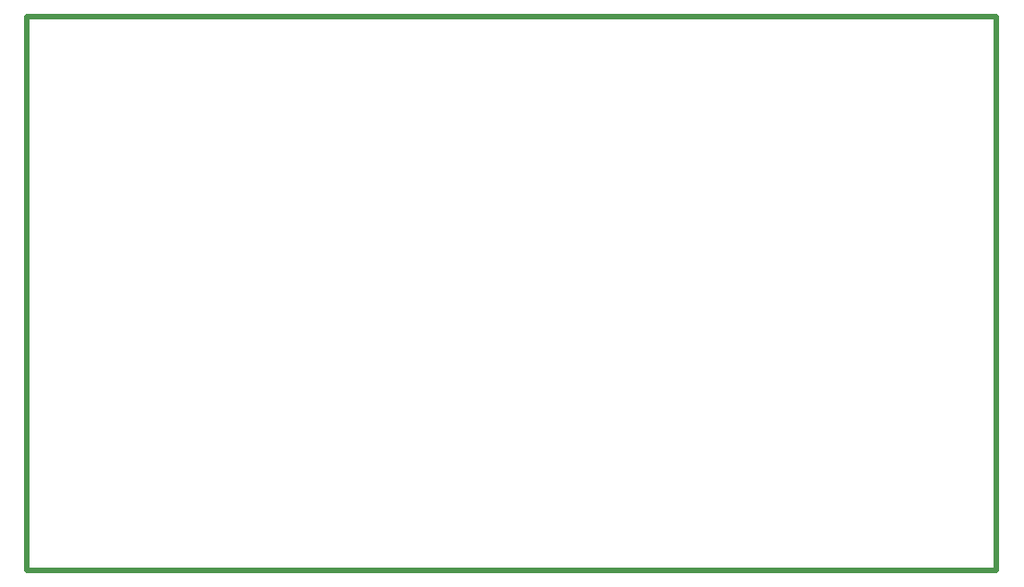
<source format=gm1>
G04*
G04 #@! TF.GenerationSoftware,Altium Limited,Altium Designer,21.1.1 (26)*
G04*
G04 Layer_Color=16711935*
%FSLAX25Y25*%
%MOIN*%
G70*
G04*
G04 #@! TF.SameCoordinates,E00B1EB5-E982-4F3D-9705-A7A521AA3BB6*
G04*
G04*
G04 #@! TF.FilePolarity,Positive*
G04*
G01*
G75*
%ADD11C,0.02000*%
D11*
X0Y0D02*
Y200000D01*
X350000D01*
Y0D02*
Y200000D01*
X0Y0D02*
X350000D01*
M02*

</source>
